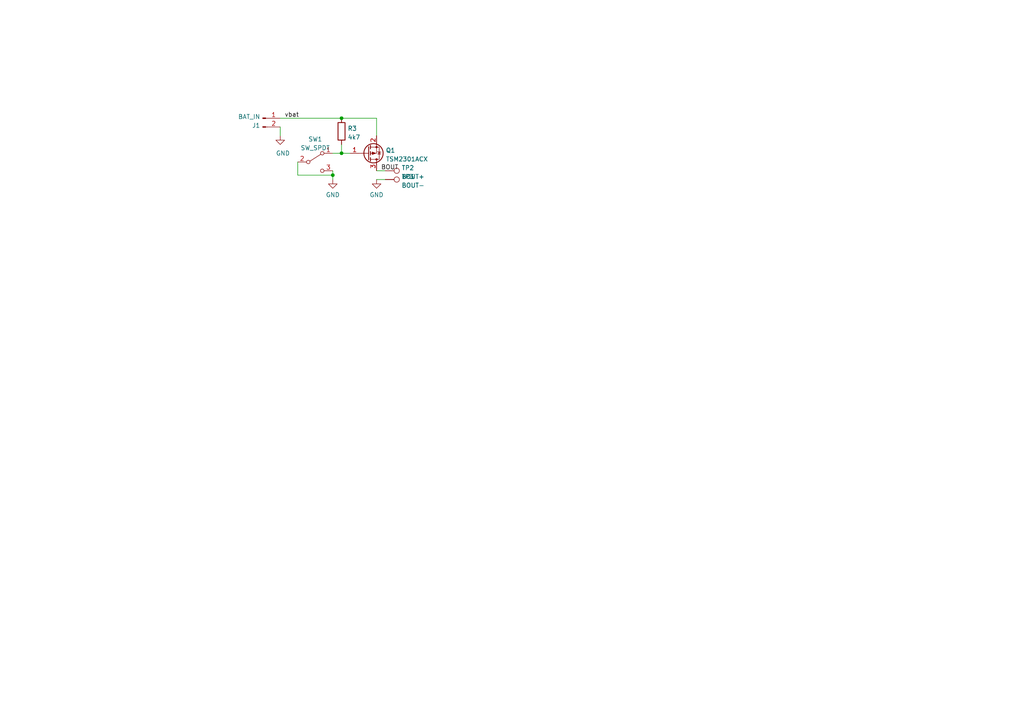
<source format=kicad_sch>
(kicad_sch (version 20211123) (generator eeschema)
  (paper "A4")
  (lib_symbols
    (symbol "Connector:Conn_01x02_Male" (pin_names (offset 1.016) hide)
      (property "Reference" "J" (at 0 2.54 0))
      (property "Value" "Conn_01x02_Male" (at 0 -5.08 0))
      (symbol "Conn_01x02_Male_1_1"
        (polyline (pts (xy 1.27 -2.54) (xy 0.8636 -2.54)) (stroke (width 0.1524)))
        (polyline (pts (xy 1.27 0) (xy 0.8636 0)) (stroke (width 0.1524)))
        (rectangle (start 0.8636 -2.413) (end 0 -2.667) (stroke (width 0.1524)) (fill (type outline)))
        (rectangle (start 0.8636 0.127) (end 0 -0.127) (stroke (width 0.1524)) (fill (type outline)))
        (pin passive line (at 5.08 0 180) (length 3.81) (name "Pin_1") (number "1"))
        (pin passive line (at 5.08 -2.54 180) (length 3.81) (name "Pin_2") (number "2"))
      )
    )
    (symbol "Connector:TestPoint" (pin_numbers hide) (pin_names (offset 0.762) hide)
      (property "Reference" "TP" (at 0 6.858 0))
      (property "Value" "TestPoint" (at 0 5.08 0))
      (symbol "TestPoint_0_1"
        (circle (center 0 3.302) (radius 0.762))
      )
      (symbol "TestPoint_1_1"
        (pin passive line (at 0 0 90) (length 2.54) (name "1") (number "1"))
      )
    )
    (symbol "Device:R" (pin_numbers hide) (pin_names (offset 0))
      (property "Reference" "R" (at 2.032 0 90))
      (property "Value" "R" (at 0 0 90))
      (symbol "R_0_1"
        (rectangle (start -1.016 -2.54) (end 1.016 2.54) (stroke (width 0.254)))
      )
      (symbol "R_1_1"
        (pin passive line (at 0 3.81 270) (length 1.27) (name "~") (number "1"))
        (pin passive line (at 0 -3.81 90) (length 1.27) (name "~") (number "2"))
      )
    )
    (symbol "Switch:SW_SPDT" (pin_names (offset 0) hide)
      (property "Reference" "SW" (at 0 4.318 0))
      (property "Value" "SW_SPDT" (at 0 -5.08 0))
      (symbol "SW_SPDT_0_0"
        (circle (center -2.032 0) (radius 0.508))
        (circle (center 2.032 -2.54) (radius 0.508))
      )
      (symbol "SW_SPDT_0_1"
        (polyline (pts (xy -1.524 0.254) (xy 1.651 2.286)))
        (circle (center 2.032 2.54) (radius 0.508))
      )
      (symbol "SW_SPDT_1_1"
        (pin passive line (at 5.08 2.54 180) (length 2.54) (name "A") (number "1"))
        (pin passive line (at -5.08 0 0) (length 2.54) (name "B") (number "2"))
        (pin passive line (at 5.08 -2.54 180) (length 2.54) (name "C") (number "3"))
      )
    )
    (symbol "Transistor_FET:TSM2301ACX" (pin_names hide)
      (property "Reference" "Q" (at 5.08 1.905 0))
      (property "Value" "TSM2301ACX" (at 5.08 0 0))
      (symbol "TSM2301ACX_0_1"
        (polyline (pts (xy 0.254 0) (xy -2.54 0)))
        (polyline (pts (xy 0.254 1.905) (xy 0.254 -1.905)) (stroke (width 0.254)))
        (polyline (pts (xy 0.762 -1.27) (xy 0.762 -2.286)) (stroke (width 0.254)))
        (polyline (pts (xy 0.762 0.508) (xy 0.762 -0.508)) (stroke (width 0.254)))
        (polyline (pts (xy 0.762 2.286) (xy 0.762 1.27)) (stroke (width 0.254)))
        (polyline (pts (xy 2.54 2.54) (xy 2.54 1.778)))
        (polyline (pts (xy 2.54 -2.54) (xy 2.54 0) (xy 0.762 0)))
        (polyline (pts (xy 0.762 1.778) (xy 3.302 1.778) (xy 3.302 -1.778) (xy 0.762 -1.778)))
        (polyline (pts (xy 2.286 0) (xy 1.27 0.381) (xy 1.27 -0.381) (xy 2.286 0)) (fill (type outline)))
        (polyline (pts (xy 2.794 -0.508) (xy 2.921 -0.381) (xy 3.683 -0.381) (xy 3.81 -0.254)))
        (polyline (pts (xy 3.302 -0.381) (xy 2.921 0.254) (xy 3.683 0.254) (xy 3.302 -0.381)))
        (circle (center 1.651 0) (radius 2.794) (stroke (width 0.254)))
        (circle (center 2.54 -1.778) (radius 0.254) (fill (type outline)))
        (circle (center 2.54 1.778) (radius 0.254) (fill (type outline)))
      )
      (symbol "TSM2301ACX_1_1"
        (pin input line (at -5.08 0 0) (length 2.54) (name "G") (number "1"))
        (pin passive line (at 2.54 -5.08 90) (length 2.54) (name "S") (number "2"))
        (pin passive line (at 2.54 5.08 270) (length 2.54) (name "D") (number "3"))
      )
    )
    (symbol "power:GND" (power) (pin_names (offset 0))
      (property "Value" "GND" (at 0 -3.81 0))
      (symbol "GND_0_1"
        (polyline (pts (xy 0 0) (xy 0 -1.27) (xy 1.27 -1.27) (xy 0 -2.54) (xy -1.27 -1.27) (xy 0 -1.27)))
      )
      (symbol "GND_1_1"
        (pin power_in line (at 0 0 270) (length 0) hide (name "GND") (number "1"))
      )
    )
  )
  (junction (at 99.06 44.45))
  (junction (at 96.52 50.8))
  (junction (at 99.06 34.29))
  (wire (pts (xy 81.28 36.83) (xy 81.28 39.37)))
  (wire (pts (xy 109.22 34.29) (xy 99.06 34.29)))
  (wire (pts (xy 96.52 50.8) (xy 96.52 52.07)))
  (wire (pts (xy 111.76 52.07) (xy 109.22 52.07)))
  (wire (pts (xy 96.52 44.45) (xy 99.06 44.45)))
  (wire (pts (xy 101.6 44.45) (xy 99.06 44.45)))
  (wire (pts (xy 111.76 49.53) (xy 109.22 49.53)))
  (wire (pts (xy 96.52 49.53) (xy 96.52 50.8)))
  (wire (pts (xy 86.36 46.99) (xy 86.36 50.8)))
  (wire (pts (xy 99.06 44.45) (xy 99.06 41.91)))
  (wire (pts (xy 109.22 39.37) (xy 109.22 34.29)))
  (wire (pts (xy 86.36 50.8) (xy 96.52 50.8)))
  (wire (pts (xy 81.28 34.29) (xy 99.06 34.29)))
  (label "vbat" (at 82.55 34.29 0))
  (label "BOUT" (at 110.49 49.53 0))
  (symbol (lib_id "Switch:SW_SPDT") (at 91.44 46.99 0) (unit 1)
    (property "Reference" "SW1" (at 91.44 40.3692 0))
    (property "Value" "SW_SPDT" (at 91.44 42.9061 0))
    (property "Footprint" "Button_Switch_SMD:SW_SPDT_PCM12" (effects hide))
  )
  (symbol (lib_id "power:GND") (at 96.52 52.07 0) (unit 1)
    (property "Reference" "#PWR0101" (effects hide))
    (property "Value" "GND" (at 96.52 56.5134 0))
  )
  (symbol (lib_id "Connector:Conn_01x02_Male") (at 76.2 34.29 0) (unit 1)
    (property "Reference" "J1" (at 75.4888 36.3947 0) (effects (justify right)))
    (property "Value" "BAT_IN" (at 75.4888 33.8578 0) (effects (justify right)))
    (property "Footprint" "Connector_JST:JST_PH_S2B-PH-SM4-TB_1x02-1MP_P2.00mm_Horizontal" (effects hide))
  )
  (symbol (lib_id "power:GND") (at 109.22 52.07 0) (unit 1)
    (property "Reference" "#PWR0102" (effects hide))
    (property "Value" "GND" (at 109.22 56.5134 0))
  )
  (symbol (lib_id "Connector:TestPoint") (at 111.76 52.07 270) (unit 1)
    (property "Reference" "TP3" (at 116.459 51.2353 90) (effects (justify left)))
    (property "Value" "BOUT-" (at 116.459 53.7722 90) (effects (justify left)))
    (property "Footprint" "TestPoint:TestPoint_Pad_D1.5mm" (effects hide))
  )
  (symbol (lib_id "Connector:TestPoint") (at 111.76 49.53 270) (unit 1)
    (property "Reference" "TP2" (at 116.459 48.6953 90) (effects (justify left)))
    (property "Value" "BOUT+" (at 116.459 51.2322 90) (effects (justify left)))
    (property "Footprint" "TestPoint:TestPoint_Pad_D1.5mm" (effects hide))
  )
  (symbol (lib_id "Device:R") (at 99.06 38.1 0) (unit 1)
    (property "Reference" "R3" (at 100.838 37.2653 0) (effects (justify left)))
    (property "Value" "4k7" (at 100.838 39.8022 0) (effects (justify left)))
    (property "Footprint" "Resistor_SMD:R_0603_1608Metric_Pad0.98x0.95mm_HandSolder" (effects hide))
  )
  (symbol (lib_id "power:GND") (at 81.28 39.37 0) (unit 1)
    (property "Reference" "#PWR0103" (effects hide))
    (property "Value" "GND" (at 80.01 44.45 0) (effects (justify left)))
  )
  (symbol (lib_id "Transistor_FET:TSM2301ACX") (at 106.68 44.45 0) (mirror x) (unit 1)
    (property "Reference" "Q1" (at 111.887 43.6153 0) (effects (justify left)))
    (property "Value" "TSM2301ACX" (at 111.887 46.1522 0) (effects (justify left)))
    (property "Footprint" "Package_TO_SOT_SMD:SOT-23" (effects hide))
    (property "Datasheet" "https://www.taiwansemi.com/products/datasheet/TSM2301A_C15.pdf" (effects hide))
  )
)
</source>
